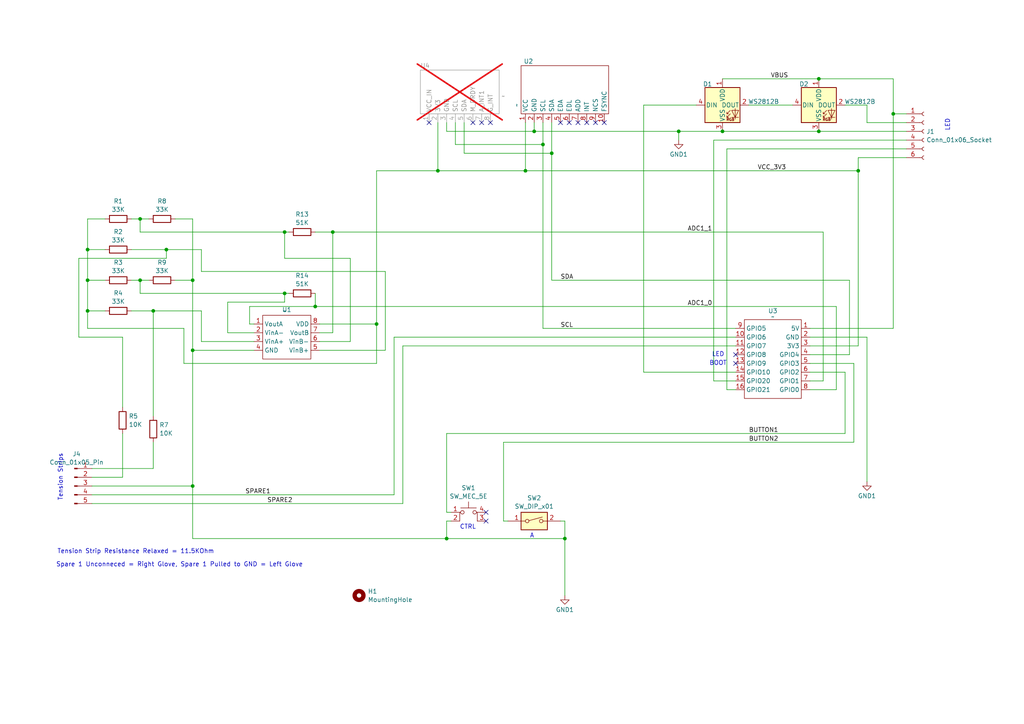
<source format=kicad_sch>
(kicad_sch (version 20231120) (generator "eeschema") (generator_version "8.0")
  (paper "A4")
  (title_block (title "BABOI") (date "2023-12-10") (rev "3.5"))
  (lib_symbols
    (symbol "Connector:Conn_01x05_Pin" (pin_names (offset 1.016) hide)
      (property "Reference" "J" (at 0 7.62 0))
      (property "Value" "Conn_01x05_Pin" (at 0 -7.62 0))
      (symbol "Conn_01x05_Pin_1_1"
        (polyline (pts (xy 1.27 -5.08) (xy 0.8636 -5.08)) (stroke (width 0.1524)))
        (polyline (pts (xy 1.27 -2.54) (xy 0.8636 -2.54)) (stroke (width 0.1524)))
        (polyline (pts (xy 1.27 0) (xy 0.8636 0)) (stroke (width 0.1524)))
        (polyline (pts (xy 1.27 2.54) (xy 0.8636 2.54)) (stroke (width 0.1524)))
        (polyline (pts (xy 1.27 5.08) (xy 0.8636 5.08)) (stroke (width 0.1524)))
        (rectangle (start 0.8636 -4.953) (end 0 -5.207) (stroke (width 0.1524)) (fill (type outline)))
        (rectangle (start 0.8636 -2.413) (end 0 -2.667) (stroke (width 0.1524)) (fill (type outline)))
        (rectangle (start 0.8636 0.127) (end 0 -0.127) (stroke (width 0.1524)) (fill (type outline)))
        (rectangle (start 0.8636 2.667) (end 0 2.413) (stroke (width 0.1524)) (fill (type outline)))
        (rectangle (start 0.8636 5.207) (end 0 4.953) (stroke (width 0.1524)) (fill (type outline)))
        (pin passive line (at 5.08 5.08 180) (length 3.81) (name "Pin_1") (number "1"))
        (pin passive line (at 5.08 2.54 180) (length 3.81) (name "Pin_2") (number "2"))
        (pin passive line (at 5.08 0 180) (length 3.81) (name "Pin_3") (number "3"))
        (pin passive line (at 5.08 -2.54 180) (length 3.81) (name "Pin_4") (number "4"))
        (pin passive line (at 5.08 -5.08 180) (length 3.81) (name "Pin_5") (number "5"))
      )
    )
    (symbol "Connector:Conn_01x06_Socket" (pin_names (offset 1.016) hide)
      (property "Reference" "J" (at 0 7.62 0))
      (property "Value" "Conn_01x06_Socket" (at 0 -10.16 0))
      (symbol "Conn_01x06_Socket_1_1"
        (arc (start 0 -7.112) (mid -0.5058 -7.62) (end 0 -8.128) (stroke (width 0.1524)))
        (arc (start 0 -4.572) (mid -0.5058 -5.08) (end 0 -5.588) (stroke (width 0.1524)))
        (arc (start 0 -2.032) (mid -0.5058 -2.54) (end 0 -3.048) (stroke (width 0.1524)))
        (polyline (pts (xy -1.27 -7.62) (xy -0.508 -7.62)) (stroke (width 0.1524)))
        (polyline (pts (xy -1.27 -5.08) (xy -0.508 -5.08)) (stroke (width 0.1524)))
        (polyline (pts (xy -1.27 -2.54) (xy -0.508 -2.54)) (stroke (width 0.1524)))
        (polyline (pts (xy -1.27 0) (xy -0.508 0)) (stroke (width 0.1524)))
        (polyline (pts (xy -1.27 2.54) (xy -0.508 2.54)) (stroke (width 0.1524)))
        (polyline (pts (xy -1.27 5.08) (xy -0.508 5.08)) (stroke (width 0.1524)))
        (arc (start 0 0.508) (mid -0.5058 0) (end 0 -0.508) (stroke (width 0.1524)))
        (arc (start 0 3.048) (mid -0.5058 2.54) (end 0 2.032) (stroke (width 0.1524)))
        (arc (start 0 5.588) (mid -0.5058 5.08) (end 0 4.572) (stroke (width 0.1524)))
        (pin passive line (at -5.08 5.08 0) (length 3.81) (name "Pin_1") (number "1"))
        (pin passive line (at -5.08 2.54 0) (length 3.81) (name "Pin_2") (number "2"))
        (pin passive line (at -5.08 0 0) (length 3.81) (name "Pin_3") (number "3"))
        (pin passive line (at -5.08 -2.54 0) (length 3.81) (name "Pin_4") (number "4"))
        (pin passive line (at -5.08 -5.08 0) (length 3.81) (name "Pin_5") (number "5"))
        (pin passive line (at -5.08 -7.62 0) (length 3.81) (name "Pin_6") (number "6"))
      )
    )
    (symbol "Device:R" (pin_numbers hide) (pin_names (offset 0))
      (property "Reference" "R" (at 2.032 0 90))
      (property "Value" "R" (at 0 0 90))
      (symbol "R_0_1"
        (rectangle (start -1.016 -2.54) (end 1.016 2.54) (stroke (width 0.254)))
      )
      (symbol "R_1_1"
        (pin passive line (at 0 3.81 270) (length 1.27) (name "~") (number "1"))
        (pin passive line (at 0 -3.81 90) (length 1.27) (name "~") (number "2"))
      )
    )
    (symbol "LED:WS2812B" (pin_names (offset 0.254))
      (property "Reference" "D" (at 5.08 5.715 0))
      (property "Value" "WS2812B" (at 1.27 -5.715 0))
      (symbol "WS2812B_0_0"
        (text "RGB" (at 2.286 -4.191 0) (effects (font (size 0.762 0.762))))
      )
      (symbol "WS2812B_0_1"
        (polyline (pts (xy 1.27 -3.556) (xy 1.778 -3.556)))
        (polyline (pts (xy 1.27 -2.54) (xy 1.778 -2.54)))
        (polyline (pts (xy 4.699 -3.556) (xy 2.667 -3.556)))
        (polyline (pts (xy 2.286 -2.54) (xy 1.27 -3.556) (xy 1.27 -3.048)))
        (polyline (pts (xy 2.286 -1.524) (xy 1.27 -2.54) (xy 1.27 -2.032)))
        (polyline (pts (xy 3.683 -1.016) (xy 3.683 -3.556) (xy 3.683 -4.064)))
        (polyline (pts (xy 4.699 -1.524) (xy 2.667 -1.524) (xy 3.683 -3.556) (xy 4.699 -1.524)))
        (rectangle (start 5.08 5.08) (end -5.08 -5.08) (stroke (width 0.254)) (fill (type background)))
      )
      (symbol "WS2812B_1_1"
        (pin power_in line (at 0 7.62 270) (length 2.54) (name "VDD") (number "1"))
        (pin output line (at 7.62 0 180) (length 2.54) (name "DOUT") (number "2"))
        (pin power_in line (at 0 -7.62 90) (length 2.54) (name "VSS") (number "3"))
        (pin input line (at -7.62 0 0) (length 2.54) (name "DIN") (number "4"))
      )
    )
    (symbol "Mechanical:MountingHole" (pin_names (offset 1.016)) (exclude_from_sim yes) (in_bom no)
      (property "Reference" "H" (at 0 5.08 0))
      (property "Value" "MountingHole" (at 0 3.175 0))
      (symbol "MountingHole_0_1"
        (circle (center 0 0) (radius 1.27) (stroke (width 1.27)))
      )
    )
    (symbol "Switch:SW_DIP_x01" (pin_names (offset 0) hide)
      (property "Reference" "SW" (at 0 3.81 0))
      (property "Value" "SW_DIP_x01" (at 0 -3.81 0))
      (symbol "SW_DIP_x01_0_0"
        (circle (center -2.032 0) (radius 0.508))
        (polyline (pts (xy -1.524 0.127) (xy 2.3622 1.1684)))
        (circle (center 2.032 0) (radius 0.508))
      )
      (symbol "SW_DIP_x01_0_1"
        (rectangle (start -3.81 2.54) (end 3.81 -2.54) (stroke (width 0.254)) (fill (type background)))
      )
      (symbol "SW_DIP_x01_1_1"
        (pin passive line (at -7.62 0 0) (length 5.08) (name "~") (number "1"))
        (pin passive line (at 7.62 0 180) (length 5.08) (name "~") (number "2"))
      )
    )
    (symbol "Switch:SW_MEC_5E" (pin_names (offset 1.016) hide)
      (property "Reference" "SW" (at 0.635 5.715 0))
      (property "Value" "SW_MEC_5E" (at 0 -3.175 0))
      (symbol "SW_MEC_5E_0_1"
        (circle (center -1.778 2.54) (radius 0.508))
        (polyline (pts (xy -2.286 3.81) (xy 2.286 3.81)))
        (polyline (pts (xy 0 3.81) (xy 0 5.588)))
        (polyline (pts (xy -2.54 0) (xy -2.54 2.54) (xy -2.286 2.54)))
        (polyline (pts (xy 2.54 0) (xy 2.54 2.54) (xy 2.286 2.54)))
        (circle (center 1.778 2.54) (radius 0.508))
        (pin passive line (at -5.08 2.54 0) (length 2.54) (name "1") (number "1"))
        (pin passive line (at -5.08 0 0) (length 2.54) (name "2") (number "2"))
        (pin passive line (at 5.08 0 180) (length 2.54) (name "K") (number "3"))
        (pin passive line (at 5.08 2.54 180) (length 2.54) (name "A") (number "4"))
      )
    )
    (symbol "midi_arm:9DOF_9250"
      (property "Reference" "U" (at 0 0 0))
      (symbol "9DOF_9250_0_1"
        (rectangle (start -2.54 -1.27) (end 11.43 -26.67))
      )
      (symbol "9DOF_9250_1_1"
        (pin power_in line (at -5.08 -2.54 0) (length 2.54) (name "VCC") (number "1"))
        (pin bidirectional line (at -5.08 -25.4 0) (length 2.54) (name "FSYNC") (number "10"))
        (pin power_in line (at -5.08 -5.08 0) (length 2.54) (name "GND") (number "2"))
        (pin input line (at -5.08 -7.62 0) (length 2.54) (name "SCL") (number "3"))
        (pin bidirectional line (at -5.08 -10.16 0) (length 2.54) (name "SDA") (number "4"))
        (pin bidirectional line (at -5.08 -12.7 0) (length 2.54) (name "EDA") (number "5"))
        (pin output line (at -5.08 -15.24 0) (length 2.54) (name "EDL") (number "6"))
        (pin input line (at -5.08 -17.78 0) (length 2.54) (name "ADD") (number "7"))
        (pin output line (at -5.08 -20.32 0) (length 2.54) (name "INT") (number "8"))
        (pin bidirectional line (at -5.08 -22.86 0) (length 2.54) (name "NCS") (number "9"))
      )
    )
    (symbol "midi_arm:ESP32-C3_SuperMini"
      (property "Reference" "U" (at 0 13.208 0))
      (symbol "ESP32-C3_SuperMini_0_1"
        (rectangle (start -3.81 11.43) (end 12.7 -11.43))
      )
      (symbol "ESP32-C3_SuperMini_1_1"
        (pin power_out line (at 15.24 8.89 180) (length 2.54) (name "5V") (number "1"))
        (pin bidirectional line (at -6.35 6.35 0) (length 2.54) (name "GPIO6") (number "10"))
        (pin bidirectional line (at -6.35 3.81 0) (length 2.54) (name "GPIO7") (number "11"))
        (pin bidirectional line (at -6.35 1.27 0) (length 2.54) (name "GPIO8") (number "12"))
        (pin bidirectional line (at -6.35 -1.27 0) (length 2.54) (name "GPIO9") (number "13"))
        (pin bidirectional line (at -6.35 -3.81 0) (length 2.54) (name "GPIO10") (number "14"))
        (pin bidirectional line (at -6.35 -6.35 0) (length 2.54) (name "GPIO20") (number "15"))
        (pin bidirectional line (at -6.35 -8.89 0) (length 2.54) (name "GPIO21") (number "16"))
        (pin passive line (at 15.24 6.35 180) (length 2.54) (name "GND") (number "2"))
        (pin power_in line (at 15.24 3.81 180) (length 2.54) (name "3V3") (number "3"))
        (pin bidirectional line (at 15.24 1.27 180) (length 2.54) (name "GPIO4") (number "4"))
        (pin bidirectional line (at 15.24 -1.27 180) (length 2.54) (name "GPIO3") (number "5"))
        (pin bidirectional line (at 15.24 -3.81 180) (length 2.54) (name "GPIO2") (number "6"))
        (pin bidirectional line (at 15.24 -6.35 180) (length 2.54) (name "GPIO1") (number "7"))
        (pin bidirectional line (at 15.24 -8.89 180) (length 2.54) (name "GPIO0") (number "8"))
        (pin bidirectional line (at -6.35 8.89 0) (length 2.54) (name "GPIO5") (number "9"))
      )
    )
    (symbol "midi_arm:GY-85"
      (property "Reference" "U" (at 1.778 17.018 0))
      (symbol "GY-85_0_1"
        (rectangle (start 0 15.24) (end 12.7 -7.62))
      )
      (symbol "GY-85_1_1"
        (pin power_in line (at -2.54 12.7 0) (length 2.54) (name "VCC_IN") (number "1"))
        (pin power_in line (at -2.54 10.16 0) (length 2.54) (name "3V3") (number "2"))
        (pin passive line (at -2.54 7.62 0) (length 2.54) (name "GND") (number "3"))
        (pin input line (at -2.54 5.08 0) (length 2.54) (name "SCL") (number "4"))
        (pin bidirectional line (at -2.54 2.54 0) (length 2.54) (name "SDA") (number "5"))
        (pin output line (at -2.54 0 0) (length 2.54) (name "M_DRDY") (number "6"))
        (pin output line (at -2.54 -2.54 0) (length 2.54) (name "A_INT1") (number "7"))
        (pin output line (at -2.54 -5.08 0) (length 2.54) (name "G_INT") (number "8"))
      )
    )
    (symbol "midi_arm:MCP6002"
      (property "Reference" "U" (at 0 0 0))
      (symbol "MCP6002_0_1"
        (rectangle (start -6.35 -1.27) (end 7.62 -13.97))
      )
      (symbol "MCP6002_1_1"
        (pin output line (at -8.89 -3.81 0) (length 2.54) (name "VoutA") (number "1"))
        (pin input line (at -8.89 -6.35 0) (length 2.54) (name "VinA-") (number "2"))
        (pin input line (at -8.89 -8.89 0) (length 2.54) (name "VinA+") (number "3"))
        (pin passive line (at -8.89 -11.43 0) (length 2.54) (name "GND") (number "4"))
        (pin input line (at 10.16 -11.43 180) (length 2.54) (name "VinB+") (number "5"))
        (pin input line (at 10.16 -8.89 180) (length 2.54) (name "VinB-") (number "6"))
        (pin output line (at 10.16 -6.35 180) (length 2.54) (name "VoutB") (number "7"))
        (pin input line (at 10.16 -3.81 180) (length 2.54) (name "VDD") (number "8"))
      )
    )
    (symbol "power:GND1" (power) (pin_names (offset 0))
      (property "Value" "GND1" (at 0 -3.81 0))
      (symbol "GND1_0_1"
        (polyline (pts (xy 0 0) (xy 0 -1.27) (xy 1.27 -1.27) (xy 0 -2.54) (xy -1.27 -1.27) (xy 0 -1.27)))
      )
      (symbol "GND1_1_1"
        (pin power_in line (at 0 0 270) (length 0) hide (name "GND1") (number "1"))
      )
    )
  )
  (junction (at 55.88 81.28))
  (junction (at 163.83 156.21))
  (junction (at 40.64 81.28))
  (junction (at 152.4 49.53))
  (junction (at 25.4 81.28))
  (junction (at 55.88 140.97))
  (junction (at 127 49.53))
  (junction (at 25.4 90.17))
  (junction (at 109.22 93.98))
  (junction (at 25.4 72.39))
  (junction (at 196.85 38.1))
  (junction (at 129.54 156.21))
  (junction (at 154.94 38.1))
  (junction (at 82.55 85.09))
  (junction (at 91.44 88.9))
  (junction (at 55.88 101.6))
  (junction (at 44.45 90.17))
  (junction (at 160.02 44.45))
  (junction (at 209.55 38.1))
  (junction (at 259.08 33.02))
  (junction (at 248.92 49.53))
  (junction (at 157.48 41.91))
  (junction (at 48.26 72.39))
  (junction (at 237.49 38.1))
  (junction (at 237.49 22.86))
  (junction (at 96.52 67.31))
  (junction (at 40.64 63.5))
  (junction (at 82.55 67.31))
  (no_connect (at 140.97 151.13))
  (no_connect (at 213.36 102.87))
  (no_connect (at 175.26 35.56))
  (no_connect (at 139.7 35.56))
  (no_connect (at 140.97 148.59))
  (no_connect (at 172.72 35.56))
  (no_connect (at 142.24 35.56))
  (no_connect (at 165.1 35.56))
  (no_connect (at 167.64 35.56))
  (no_connect (at 137.16 35.56))
  (no_connect (at 162.56 35.56))
  (no_connect (at 124.46 35.56))
  (no_connect (at 170.18 35.56))
  (no_connect (at 213.36 105.41))
  (wire (pts (xy 116.84 146.05) (xy 116.84 100.33)))
  (wire (pts (xy 72.39 88.9) (xy 72.39 93.98)))
  (wire (pts (xy 130.81 151.13) (xy 129.54 151.13)))
  (wire (pts (xy 259.08 33.02) (xy 259.08 95.25)))
  (wire (pts (xy 248.92 49.53) (xy 248.92 45.72)))
  (wire (pts (xy 247.65 105.41) (xy 247.65 128.27)))
  (wire (pts (xy 234.95 102.87) (xy 246.38 102.87)))
  (wire (pts (xy 116.84 100.33) (xy 213.36 100.33)))
  (wire (pts (xy 26.67 135.89) (xy 44.45 135.89)))
  (wire (pts (xy 55.88 81.28) (xy 50.8 81.28)))
  (wire (pts (xy 248.92 49.53) (xy 248.92 100.33)))
  (wire (pts (xy 40.64 81.28) (xy 40.64 85.09)))
  (wire (pts (xy 234.95 107.95) (xy 245.11 107.95)))
  (wire (pts (xy 248.92 45.72) (xy 262.89 45.72)))
  (wire (pts (xy 109.22 93.98) (xy 109.22 49.53)))
  (wire (pts (xy 55.88 63.5) (xy 55.88 81.28)))
  (wire (pts (xy 55.88 101.6) (xy 55.88 140.97)))
  (wire (pts (xy 53.34 95.25) (xy 25.4 95.25)))
  (wire (pts (xy 82.55 67.31) (xy 83.82 67.31)))
  (wire (pts (xy 196.85 38.1) (xy 196.85 40.64)))
  (wire (pts (xy 25.4 72.39) (xy 25.4 63.5)))
  (wire (pts (xy 157.48 41.91) (xy 132.08 41.91)))
  (wire (pts (xy 91.44 85.09) (xy 91.44 88.9)))
  (wire (pts (xy 55.88 156.21) (xy 55.88 140.97)))
  (wire (pts (xy 251.46 97.79) (xy 251.46 139.7)))
  (wire (pts (xy 58.42 99.06) (xy 73.66 99.06)))
  (wire (pts (xy 111.76 78.74) (xy 111.76 101.6)))
  (wire (pts (xy 186.69 107.95) (xy 213.36 107.95)))
  (wire (pts (xy 109.22 105.41) (xy 53.34 105.41)))
  (wire (pts (xy 96.52 96.52) (xy 92.71 96.52)))
  (wire (pts (xy 234.95 105.41) (xy 247.65 105.41)))
  (wire (pts (xy 44.45 90.17) (xy 58.42 90.17)))
  (wire (pts (xy 82.55 67.31) (xy 82.55 74.93)))
  (wire (pts (xy 101.6 74.93) (xy 101.6 99.06)))
  (wire (pts (xy 25.4 72.39) (xy 25.4 81.28)))
  (wire (pts (xy 55.88 81.28) (xy 55.88 101.6)))
  (wire (pts (xy 247.65 128.27) (xy 146.05 128.27)))
  (wire (pts (xy 234.95 95.25) (xy 259.08 95.25)))
  (wire (pts (xy 246.38 102.87) (xy 246.38 81.28)))
  (wire (pts (xy 92.71 93.98) (xy 109.22 93.98)))
  (wire (pts (xy 40.64 81.28) (xy 43.18 81.28)))
  (wire (pts (xy 157.48 95.25) (xy 213.36 95.25)))
  (wire (pts (xy 82.55 87.63) (xy 82.55 85.09)))
  (wire (pts (xy 66.04 96.52) (xy 66.04 87.63)))
  (wire (pts (xy 35.56 97.79) (xy 22.86 97.79)))
  (wire (pts (xy 251.46 30.48) (xy 245.11 30.48)))
  (wire (pts (xy 114.3 97.79) (xy 114.3 143.51)))
  (wire (pts (xy 53.34 95.25) (xy 53.34 105.41)))
  (wire (pts (xy 209.55 22.86) (xy 237.49 22.86)))
  (wire (pts (xy 48.26 72.39) (xy 58.42 72.39)))
  (wire (pts (xy 72.39 93.98) (xy 73.66 93.98)))
  (wire (pts (xy 111.76 101.6) (xy 92.71 101.6)))
  (wire (pts (xy 22.86 74.93) (xy 48.26 74.93)))
  (wire (pts (xy 91.44 67.31) (xy 96.52 67.31)))
  (wire (pts (xy 213.36 113.03) (xy 210.82 113.03)))
  (wire (pts (xy 186.69 30.48) (xy 186.69 107.95)))
  (wire (pts (xy 55.88 101.6) (xy 73.66 101.6)))
  (wire (pts (xy 127 49.53) (xy 152.4 49.53)))
  (wire (pts (xy 58.42 78.74) (xy 111.76 78.74)))
  (wire (pts (xy 242.57 88.9) (xy 91.44 88.9)))
  (wire (pts (xy 58.42 72.39) (xy 58.42 78.74)))
  (wire (pts (xy 44.45 128.27) (xy 44.45 135.89)))
  (wire (pts (xy 237.49 22.86) (xy 259.08 22.86)))
  (wire (pts (xy 129.54 38.1) (xy 129.54 35.56)))
  (wire (pts (xy 38.1 72.39) (xy 48.26 72.39)))
  (wire (pts (xy 245.11 107.95) (xy 245.11 125.73)))
  (wire (pts (xy 25.4 63.5) (xy 30.48 63.5)))
  (wire (pts (xy 157.48 41.91) (xy 157.48 35.56)))
  (wire (pts (xy 157.48 95.25) (xy 157.48 41.91)))
  (wire (pts (xy 154.94 38.1) (xy 196.85 38.1)))
  (wire (pts (xy 38.1 63.5) (xy 40.64 63.5)))
  (wire (pts (xy 101.6 99.06) (xy 92.71 99.06)))
  (wire (pts (xy 25.4 81.28) (xy 30.48 81.28)))
  (wire (pts (xy 248.92 100.33) (xy 234.95 100.33)))
  (wire (pts (xy 196.85 38.1) (xy 209.55 38.1)))
  (wire (pts (xy 25.4 95.25) (xy 25.4 90.17)))
  (wire (pts (xy 26.67 146.05) (xy 116.84 146.05)))
  (wire (pts (xy 44.45 120.65) (xy 44.45 90.17)))
  (wire (pts (xy 109.22 93.98) (xy 109.22 105.41)))
  (wire (pts (xy 26.67 140.97) (xy 55.88 140.97)))
  (wire (pts (xy 58.42 90.17) (xy 58.42 99.06)))
  (wire (pts (xy 40.64 67.31) (xy 82.55 67.31)))
  (wire (pts (xy 109.22 49.53) (xy 127 49.53)))
  (wire (pts (xy 26.67 138.43) (xy 35.56 138.43)))
  (wire (pts (xy 162.56 151.13) (xy 163.83 151.13)))
  (wire (pts (xy 237.49 38.1) (xy 262.89 38.1)))
  (wire (pts (xy 234.95 97.79) (xy 251.46 97.79)))
  (wire (pts (xy 210.82 113.03) (xy 210.82 43.18)))
  (wire (pts (xy 127 35.56) (xy 127 49.53)))
  (wire (pts (xy 30.48 90.17) (xy 25.4 90.17)))
  (wire (pts (xy 25.4 90.17) (xy 25.4 81.28)))
  (wire (pts (xy 55.88 156.21) (xy 129.54 156.21)))
  (wire (pts (xy 91.44 88.9) (xy 72.39 88.9)))
  (wire (pts (xy 44.45 90.17) (xy 38.1 90.17)))
  (wire (pts (xy 152.4 35.56) (xy 152.4 49.53)))
  (wire (pts (xy 234.95 110.49) (xy 238.76 110.49)))
  (wire (pts (xy 73.66 96.52) (xy 66.04 96.52)))
  (wire (pts (xy 242.57 113.03) (xy 242.57 88.9)))
  (wire (pts (xy 238.76 110.49) (xy 238.76 67.31)))
  (wire (pts (xy 30.48 72.39) (xy 25.4 72.39)))
  (wire (pts (xy 40.64 85.09) (xy 82.55 85.09)))
  (wire (pts (xy 245.11 125.73) (xy 129.54 125.73)))
  (wire (pts (xy 217.17 30.48) (xy 229.87 30.48)))
  (wire (pts (xy 38.1 81.28) (xy 40.64 81.28)))
  (wire (pts (xy 213.36 97.79) (xy 114.3 97.79)))
  (wire (pts (xy 154.94 38.1) (xy 129.54 38.1)))
  (wire (pts (xy 55.88 63.5) (xy 50.8 63.5)))
  (wire (pts (xy 186.69 30.48) (xy 201.93 30.48)))
  (wire (pts (xy 146.05 151.13) (xy 147.32 151.13)))
  (wire (pts (xy 40.64 63.5) (xy 43.18 63.5)))
  (wire (pts (xy 262.89 33.02) (xy 259.08 33.02)))
  (wire (pts (xy 96.52 67.31) (xy 96.52 96.52)))
  (wire (pts (xy 40.64 63.5) (xy 40.64 67.31)))
  (wire (pts (xy 22.86 97.79) (xy 22.86 74.93)))
  (wire (pts (xy 207.01 110.49) (xy 213.36 110.49)))
  (wire (pts (xy 114.3 143.51) (xy 26.67 143.51)))
  (wire (pts (xy 238.76 67.31) (xy 96.52 67.31)))
  (wire (pts (xy 48.26 74.93) (xy 48.26 72.39)))
  (wire (pts (xy 210.82 43.18) (xy 262.89 43.18)))
  (wire (pts (xy 234.95 113.03) (xy 242.57 113.03)))
  (wire (pts (xy 35.56 118.11) (xy 35.56 97.79)))
  (wire (pts (xy 207.01 110.49) (xy 207.01 40.64)))
  (wire (pts (xy 160.02 44.45) (xy 134.62 44.45)))
  (wire (pts (xy 209.55 38.1) (xy 237.49 38.1)))
  (wire (pts (xy 134.62 44.45) (xy 134.62 35.56)))
  (wire (pts (xy 251.46 35.56) (xy 262.89 35.56)))
  (wire (pts (xy 35.56 125.73) (xy 35.56 138.43)))
  (wire (pts (xy 251.46 35.56) (xy 251.46 30.48)))
  (wire (pts (xy 160.02 35.56) (xy 160.02 44.45)))
  (wire (pts (xy 246.38 81.28) (xy 160.02 81.28)))
  (wire (pts (xy 163.83 151.13) (xy 163.83 156.21)))
  (wire (pts (xy 259.08 22.86) (xy 259.08 33.02)))
  (wire (pts (xy 163.83 156.21) (xy 163.83 172.72)))
  (wire (pts (xy 207.01 40.64) (xy 262.89 40.64)))
  (wire (pts (xy 154.94 35.56) (xy 154.94 38.1)))
  (wire (pts (xy 152.4 49.53) (xy 248.92 49.53)))
  (wire (pts (xy 129.54 148.59) (xy 130.81 148.59)))
  (wire (pts (xy 82.55 85.09) (xy 83.82 85.09)))
  (wire (pts (xy 160.02 44.45) (xy 160.02 81.28)))
  (wire (pts (xy 129.54 156.21) (xy 163.83 156.21)))
  (wire (pts (xy 66.04 87.63) (xy 82.55 87.63)))
  (wire (pts (xy 82.55 74.93) (xy 101.6 74.93)))
  (wire (pts (xy 132.08 41.91) (xy 132.08 35.56)))
  (wire (pts (xy 146.05 151.13) (xy 146.05 128.27)))
  (wire (pts (xy 129.54 125.73) (xy 129.54 148.59)))
  (wire (pts (xy 129.54 151.13) (xy 129.54 156.21)))
  (text "LED" (at 208.28 102.87 0) (effects (font (size 1.27 1.27))))
  (text "LED" (at 275.59 38.1 90) (effects (font (size 1.27 1.27)) (justify left bottom)))
  (text "Tension Strip Resistance Relaxed = 11.5KOhm" (at 39.37 160.02 0) (effects (font (size 1.27 1.27))))
  (text "CTRL" (at 133.35 153.67 0) (effects (font (size 1.27 1.27)) (justify left bottom)))
  (text "Spare 1 Unconneced = Right Glove, Spare 1 Pulled to GND = Left Glove" (at 52.07 163.83 0) (effects (font (size 1.27 1.27))))
  (text "A" (at 153.67 156.21 0) (effects (font (size 1.27 1.27)) (justify left bottom)))
  (text "Tension Strips" (at 18.288 131.572 90) (effects (font (size 1.27 1.27)) (justify right bottom)))
  (text "BOOT" (at 208.28 105.41 0) (effects (font (size 1.27 1.27))))
  (label "SCL" (at 162.56 95.25 0))
  (label "SPARE2" (at 77.47 146.05 0))
  (label "ADC1_1" (at 199.39 67.31 0))
  (label "SPARE1" (at 71.12 143.51 0))
  (label "SDA" (at 162.56 81.28 0))
  (label "ADC1_0" (at 199.39 88.9 0))
  (label "VCC_3V3" (at 219.71 49.53 0))
  (label "VBUS" (at 223.52 22.86 0))
  (label "BUTTON2" (at 217.17 128.27 0))
  (label "BUTTON1" (at 217.17 125.73 0))
  (symbol (lib_id "Switch:SW_MEC_5E") (at 135.89 151.13 0) (unit 1)
    (property "Reference" "SW1" (at 135.89 141.5247 0))
    (property "Value" "SW_MEC_5E" (at 135.89 143.9489 0))
    (property "Footprint" "midi_arm:SW_Push_SMD" (effects (hide yes)))
    (property "Datasheet" "http://www.apem.com/int/index.php?controller=attachment&id_attachment=1371" (effects (hide yes)))
  )
  (symbol (lib_id "LED:WS2812B") (at 237.49 30.48 0) (unit 1)
    (property "Reference" "D2" (at 233.172 24.384 0))
    (property "Value" "WS2812B" (at 249.428 29.464 0))
    (property "Footprint" "LED_SMD:LED_WS2812B_PLCC4_5.0x5.0mm_P3.2mm" (effects (hide yes)))
    (property "Datasheet" "https://cdn-shop.adafruit.com/datasheets/WS2812B.pdf" (effects (hide yes)))
  )
  (symbol (lib_id "Device:R") (at 44.45 124.46 180) (unit 1)
    (property "Reference" "R7" (at 46.228 123.2478 0) (effects (justify right)))
    (property "Value" "10K" (at 46.228 125.6721 0) (effects (justify right)))
    (property "Footprint" "Resistor_SMD:R_0805_2012Metric_Pad1.20x1.40mm_HandSolder" (effects (hide yes)))
  )
  (symbol (lib_id "Device:R") (at 87.63 67.31 90) (unit 1)
    (property "Reference" "R13" (at 87.63 62.1495 90))
    (property "Value" "51K" (at 87.63 64.5738 90))
    (property "Footprint" "Resistor_SMD:R_0805_2012Metric_Pad1.20x1.40mm_HandSolder" (effects (hide yes)))
  )
  (symbol (lib_id "Device:R") (at 35.56 121.92 180) (unit 1)
    (property "Reference" "R5" (at 37.338 120.7078 0) (effects (justify right)))
    (property "Value" "10K" (at 37.338 123.1321 0) (effects (justify right)))
    (property "Footprint" "Resistor_SMD:R_0805_2012Metric_Pad1.20x1.40mm_HandSolder" (effects (hide yes)))
  )
  (symbol (lib_id "power:GND1") (at 163.83 172.72 0) (unit 1)
    (property "Reference" "#PWR02" (effects (hide yes)))
    (property "Value" "GND1" (at 163.83 176.8531 0))
  )
  (symbol (lib_id "Device:R") (at 87.63 85.09 90) (unit 1)
    (property "Reference" "R14" (at 87.63 79.9295 90))
    (property "Value" "51K" (at 87.63 82.3538 90))
    (property "Footprint" "Resistor_SMD:R_0805_2012Metric_Pad1.20x1.40mm_HandSolder" (effects (hide yes)))
  )
  (symbol (lib_id "midi_arm:GY-85") (at 137.16 33.02 90) (unit 1) (dnp yes)
    (property "Reference" "U4" (at 121.92 19.05 90) (effects (justify right)))
    (property "Value" "~" (at 145.415 27.8822 90) (effects (justify right)))
    (property "Footprint" "midi_arm:GY-85" (effects (hide yes)))
  )
  (symbol (lib_id "Connector:Conn_01x06_Socket") (at 267.97 38.1 0) (unit 1)
    (property "Reference" "J1" (at 268.6812 38.1578 0) (effects (justify left)))
    (property "Value" "Conn_01x06_Socket" (at 268.6812 40.5821 0) (effects (justify left)))
    (property "Footprint" "Connector_PinHeader_2.54mm:PinHeader_1x06_P2.54mm_Vertical" (effects (hide yes)))
    (property "Description" "Generic connector, single row, 01x06, script generated" (effects (hide yes)))
  )
  (symbol (lib_id "LED:WS2812B") (at 209.55 30.48 0) (unit 1)
    (property "Reference" "D1" (at 205.232 24.384 0))
    (property "Value" "WS2812B" (at 221.488 29.464 0))
    (property "Footprint" "LED_SMD:LED_WS2812B_PLCC4_5.0x5.0mm_P3.2mm" (effects (hide yes)))
    (property "Datasheet" "https://cdn-shop.adafruit.com/datasheets/WS2812B.pdf" (effects (hide yes)))
  )
  (symbol (lib_id "midi_arm:ESP32-C3_SuperMini") (at 219.71 104.14 0) (unit 1)
    (property "Reference" "U3" (at 224.155 90.1785 0))
    (property "Value" "~" (at 224.155 91.8599 0))
    (property "Footprint" "midi_arm:ESP32-C3_SuperMini" (effects (hide yes)))
  )
  (symbol (lib_id "Switch:SW_DIP_x01") (at 154.94 151.13 0) (unit 1)
    (property "Reference" "SW2" (at 154.94 144.4455 0))
    (property "Value" "SW_DIP_x01" (at 154.94 146.8698 0))
    (property "Footprint" "Button_Switch_SMD:SW_Push_SPST_NO_Alps_SKRK" (effects (hide yes)))
    (property "Description" "1x DIP Switch, Single Pole Single Throw (SPST) switch, small symbol" (effects (hide yes)))
  )
  (symbol (lib_id "Mechanical:MountingHole") (at 104.14 172.72 0) (unit 1) (exclude_from_sim yes) (in_bom no)
    (property "Reference" "H1" (at 106.68 171.5078 0) (effects (justify left)))
    (property "Value" "MountingHole" (at 106.68 173.9321 0) (effects (justify left)))
    (property "Footprint" "MountingHole:MountingHole_2mm" (effects (hide yes)))
    (property "Description" "Mounting Hole without connection" (effects (hide yes)))
  )
  (symbol (lib_id "Device:R") (at 34.29 63.5 90) (unit 1)
    (property "Reference" "R1" (at 34.29 58.3395 90))
    (property "Value" "33K" (at 34.29 60.7638 90))
    (property "Footprint" "Resistor_SMD:R_0805_2012Metric_Pad1.20x1.40mm_HandSolder" (effects (hide yes)))
  )
  (symbol (lib_id "Device:R") (at 34.29 81.28 90) (unit 1)
    (property "Reference" "R3" (at 34.29 76.1195 90))
    (property "Value" "33K" (at 34.29 78.5438 90))
    (property "Footprint" "Resistor_SMD:R_0805_2012Metric_Pad1.20x1.40mm_HandSolder" (effects (hide yes)))
  )
  (symbol (lib_id "power:GND1") (at 196.85 40.64 0) (unit 1)
    (property "Reference" "#PWR03" (effects (hide yes)))
    (property "Value" "GND1" (at 196.85 44.7731 0))
  )
  (symbol (lib_id "Device:R") (at 34.29 90.17 90) (unit 1)
    (property "Reference" "R4" (at 34.29 85.0095 90))
    (property "Value" "33K" (at 34.29 87.4338 90))
    (property "Footprint" "Resistor_SMD:R_0805_2012Metric_Pad1.20x1.40mm_HandSolder" (effects (hide yes)))
  )
  (symbol (lib_id "power:GND1") (at 251.46 139.7 0) (unit 1)
    (property "Reference" "#PWR04" (effects (hide yes)))
    (property "Value" "GND1" (at 251.46 143.8331 0))
  )
  (symbol (lib_id "midi_arm:9DOF_9250") (at 149.86 30.48 90) (unit 1)
    (property "Reference" "U2" (at 151.892 17.78 90) (effects (justify right)))
    (property "Value" "~" (at 149.86 30.48 0))
    (property "Footprint" "midi_arm:9250_MOD" (effects (hide yes)))
  )
  (symbol (lib_id "midi_arm:MCP6002") (at 82.55 90.17 0) (unit 1)
    (property "Reference" "U1" (at 83.185 89.8469 0))
    (property "Value" "~" (at 82.55 90.17 0))
    (property "Footprint" "Package_SO:SOIC-8_3.9x4.9mm_P1.27mm" (effects (hide yes)))
  )
  (symbol (lib_id "Connector:Conn_01x05_Pin") (at 21.59 140.97 0) (unit 1)
    (property "Reference" "J4" (at 22.225 131.6693 0))
    (property "Value" "Conn_01x05_Pin" (at 22.225 134.0936 0))
    (property "Footprint" "Connector_PinHeader_2.54mm:PinHeader_1x05_P2.54mm_Vertical" (effects (hide yes)))
    (property "Description" "Generic connector, single row, 01x05, script generated" (effects (hide yes)))
  )
  (symbol (lib_id "Device:R") (at 34.29 72.39 90) (unit 1)
    (property "Reference" "R2" (at 34.29 67.2295 90))
    (property "Value" "33K" (at 34.29 69.6538 90))
    (property "Footprint" "Resistor_SMD:R_0805_2012Metric_Pad1.20x1.40mm_HandSolder" (effects (hide yes)))
  )
  (symbol (lib_id "Device:R") (at 46.99 63.5 90) (unit 1)
    (property "Reference" "R8" (at 46.99 58.3395 90))
    (property "Value" "33K" (at 46.99 60.7638 90))
    (property "Footprint" "Resistor_SMD:R_0805_2012Metric_Pad1.20x1.40mm_HandSolder" (effects (hide yes)))
  )
  (symbol (lib_id "Device:R") (at 46.99 81.28 90) (unit 1)
    (property "Reference" "R9" (at 46.99 76.1195 90))
    (property "Value" "33K" (at 46.99 78.5438 90))
    (property "Footprint" "Resistor_SMD:R_0805_2012Metric_Pad1.20x1.40mm_HandSolder" (effects (hide yes)))
  )
)
</source>
